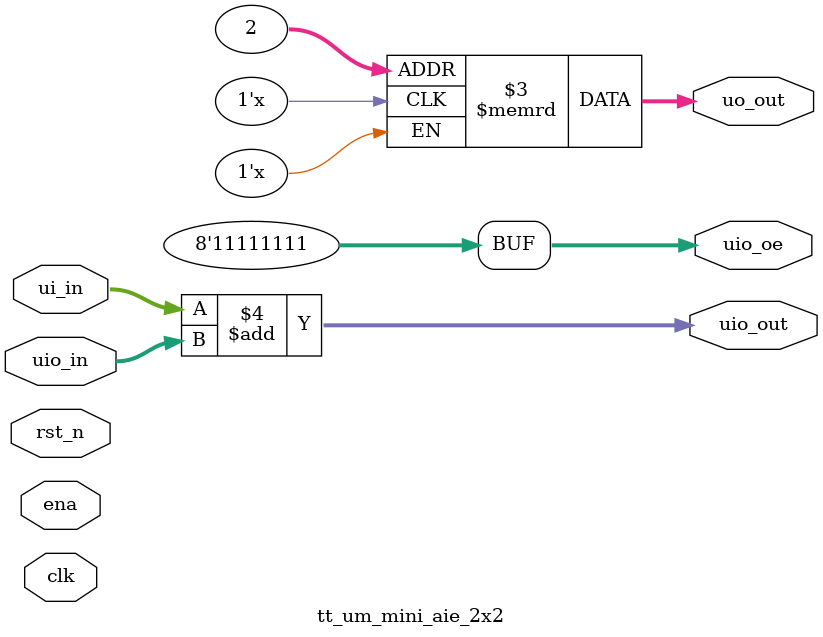
<source format=v>
`default_nettype none

module tt_um_mini_aie_2x2 (
    input  wire [7:0] ui_in,    // Dedicated inputs - connected to the input switches
    output wire [7:0] uo_out,   // Dedicated outputs - connected to the 7 segment display
    /* verilator lint_off UNUSEDSIGNAL */
    input  wire [7:0] uio_in,   // IOs: Bidirectional Input path
    /* verilator lint_on UNUSEDSIGNAL */
    output wire [7:0] uio_out,  // IOs: Bidirectional Output path
    output wire [7:0] uio_oe,   // IOs: Bidirectional Enable path (active high: 0=input, 1=output)
    input  wire       ena,      // will go high when the design is enabled
    input  wire       clk,      // clock
    input  wire       rst_n     // reset_n - low to reset
);

  wire reset = !rst_n & ena;
  assign uio_oe = 8'b11111111;

  // intermediate regs between FIFOs
  reg [7:0] switch_in_reg[4];
  reg [7:0] switch_out_reg[4];
  reg [7:0] pe_out_reg[4];
  reg [7:0] pe_in_reg[4];
  
  // generate noc and pe array
  generate
    genvar i;
    for (i = 0; i < 4; i = i + 1) begin : gen
      if (i == 0) begin
        synchronous_fifo #(
            .DEPTH(4),
            .DATA_WIDTH(8)
        ) fifo (
            .clk(clk),
            .rst_n(rst_n),
            .w_en(ena),
            .r_en(ena),
            .data_in(ui_in + uio_in),
            .data_out(switch_in_reg[i]),
            .full(),
            .empty()
        );
      end else begin
        synchronous_fifo #(
            .DEPTH(4),
            .DATA_WIDTH(8)
        ) fifo (
            .clk(clk),
            .rst_n(rst_n),
            .w_en(ena),
            .r_en(ena),
            .data_in(switch_out_reg[i-1]),
            .data_out(switch_in_reg[i]),
            .full(),
            .empty()
        );
      end

      switch #(
          .rank(i)
      ) switch (
          .clk(clk),
          .rst_n(rst_n),
          .switch_fifo_in(switch_in_reg[i]),
          .switch_fifo_out(switch_out_reg[i]),
          .pe_fifo_in(pe_out_reg[i]),
          .pe_fifo_out(pe_in_reg[i])
      );

      compute_tile pe (
          .clk(clk),
          .rst_n(rst_n),
          .switch_data_in(pe_in_reg[i]),
          .switch_data_out(pe_out_reg[i])
      );
    end

  endgenerate
  assign uo_out = switch_out_reg[2];
  assign uio_out = ui_in + uio_in;

endmodule

</source>
